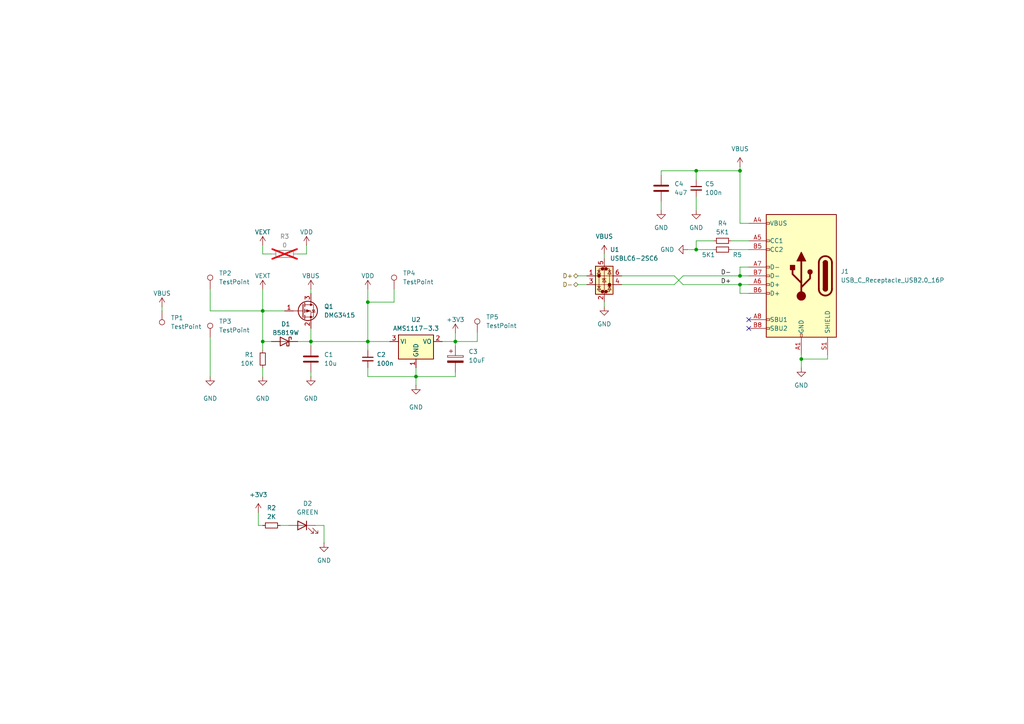
<source format=kicad_sch>
(kicad_sch (version 20231120) (generator "eeschema") (generator_version "8.0")
  (paper "A4")
  (lib_symbols
    (symbol "Connector:TestPoint" (pin_numbers hide) (pin_names (offset 0.762) hide)
      (property "Reference" "TP" (at 0 6.858 0))
      (property "Value" "TestPoint" (at 0 5.08 0))
      (symbol "TestPoint_0_1"
        (circle (center 0 3.302) (radius 0.762))
      )
      (symbol "TestPoint_1_1"
        (pin passive line (at 0 0 90) (length 2.54) (name "1") (number "1"))
      )
    )
    (symbol "Connector:USB_C_Receptacle_USB2.0_16P" (pin_names (offset 1.016))
      (property "Reference" "J" (at 0 22.225 0))
      (property "Value" "USB_C_Receptacle_USB2.0_16P" (at 0 19.685 0))
      (symbol "USB_C_Receptacle_USB2.0_16P_0_0"
        (rectangle (start -0.254 -17.78) (end 0.254 -16.764))
        (rectangle (start 10.16 -14.986) (end 9.144 -15.494))
        (rectangle (start 10.16 -12.446) (end 9.144 -12.954))
        (rectangle (start 10.16 -4.826) (end 9.144 -5.334))
        (rectangle (start 10.16 -2.286) (end 9.144 -2.794))
        (rectangle (start 10.16 0.254) (end 9.144 -0.254))
        (rectangle (start 10.16 2.794) (end 9.144 2.286))
        (rectangle (start 10.16 7.874) (end 9.144 7.366))
        (rectangle (start 10.16 10.414) (end 9.144 9.906))
        (rectangle (start 10.16 15.494) (end 9.144 14.986))
      )
      (symbol "USB_C_Receptacle_USB2.0_16P_0_1"
        (rectangle (start -10.16 17.78) (end 10.16 -17.78) (stroke (width 0.254)) (fill (type background)))
        (arc (start -8.89 -3.81) (mid -6.985 -5.7067) (end -5.08 -3.81) (stroke (width 0.508)))
        (arc (start -7.62 -3.81) (mid -6.985 -4.4423) (end -6.35 -3.81) (stroke (width 0.254)))
        (arc (start -7.62 -3.81) (mid -6.985 -4.4423) (end -6.35 -3.81) (stroke (width 0.254)) (fill (type outline)))
        (rectangle (start -7.62 -3.81) (end -6.35 3.81) (stroke (width 0.254)) (fill (type outline)))
        (arc (start -6.35 3.81) (mid -6.985 4.4423) (end -7.62 3.81) (stroke (width 0.254)))
        (arc (start -6.35 3.81) (mid -6.985 4.4423) (end -7.62 3.81) (stroke (width 0.254)) (fill (type outline)))
        (arc (start -5.08 3.81) (mid -6.985 5.7067) (end -8.89 3.81) (stroke (width 0.508)))
        (circle (center -2.54 1.143) (radius 0.635) (stroke (width 0.254)) (fill (type outline)))
        (circle (center 0 -5.842) (radius 1.27) (fill (type outline)))
        (polyline (pts (xy -8.89 -3.81) (xy -8.89 3.81)) (stroke (width 0.508)))
        (polyline (pts (xy -5.08 3.81) (xy -5.08 -3.81)) (stroke (width 0.508)))
        (polyline (pts (xy 0 -5.842) (xy 0 4.318)) (stroke (width 0.508)))
        (polyline (pts (xy 0 -3.302) (xy -2.54 -0.762) (xy -2.54 0.508)) (stroke (width 0.508)))
        (polyline (pts (xy 0 -2.032) (xy 2.54 0.508) (xy 2.54 1.778)) (stroke (width 0.508)))
        (polyline (pts (xy -1.27 4.318) (xy 0 6.858) (xy 1.27 4.318) (xy -1.27 4.318)) (stroke (width 0.254)) (fill (type outline)))
        (rectangle (start 1.905 1.778) (end 3.175 3.048) (stroke (width 0.254)) (fill (type outline)))
      )
      (symbol "USB_C_Receptacle_USB2.0_16P_1_1"
        (pin passive line (at 0 -22.86 90) (length 5.08) (name "GND") (number "A1"))
        (pin passive line (at 0 -22.86 90) (length 5.08) hide (name "GND") (number "A12"))
        (pin passive line (at 15.24 15.24 180) (length 5.08) (name "VBUS") (number "A4"))
        (pin bidirectional line (at 15.24 10.16 180) (length 5.08) (name "CC1") (number "A5"))
        (pin bidirectional line (at 15.24 -2.54 180) (length 5.08) (name "D+") (number "A6"))
        (pin bidirectional line (at 15.24 2.54 180) (length 5.08) (name "D-") (number "A7"))
        (pin bidirectional line (at 15.24 -12.7 180) (length 5.08) (name "SBU1") (number "A8"))
        (pin passive line (at 15.24 15.24 180) (length 5.08) hide (name "VBUS") (number "A9"))
        (pin passive line (at 0 -22.86 90) (length 5.08) hide (name "GND") (number "B1"))
        (pin passive line (at 0 -22.86 90) (length 5.08) hide (name "GND") (number "B12"))
        (pin passive line (at 15.24 15.24 180) (length 5.08) hide (name "VBUS") (number "B4"))
        (pin bidirectional line (at 15.24 7.62 180) (length 5.08) (name "CC2") (number "B5"))
        (pin bidirectional line (at 15.24 -5.08 180) (length 5.08) (name "D+") (number "B6"))
        (pin bidirectional line (at 15.24 0 180) (length 5.08) (name "D-") (number "B7"))
        (pin bidirectional line (at 15.24 -15.24 180) (length 5.08) (name "SBU2") (number "B8"))
        (pin passive line (at 15.24 15.24 180) (length 5.08) hide (name "VBUS") (number "B9"))
        (pin passive line (at -7.62 -22.86 90) (length 5.08) (name "SHIELD") (number "S1"))
      )
    )
    (symbol "Device:C" (pin_numbers hide) (pin_names (offset 0.254))
      (property "Reference" "C" (at 0.635 2.54 0))
      (property "Value" "C" (at 0.635 -2.54 0))
      (symbol "C_0_1"
        (polyline (pts (xy -2.032 -0.762) (xy 2.032 -0.762)) (stroke (width 0.508)))
        (polyline (pts (xy -2.032 0.762) (xy 2.032 0.762)) (stroke (width 0.508)))
      )
      (symbol "C_1_1"
        (pin passive line (at 0 3.81 270) (length 2.794) (name "~") (number "1"))
        (pin passive line (at 0 -3.81 90) (length 2.794) (name "~") (number "2"))
      )
    )
    (symbol "Device:C_Polarized" (pin_numbers hide) (pin_names (offset 0.254))
      (property "Reference" "C" (at 0.635 2.54 0))
      (property "Value" "C_Polarized" (at 0.635 -2.54 0))
      (symbol "C_Polarized_0_1"
        (rectangle (start -2.286 0.508) (end 2.286 1.016))
        (polyline (pts (xy -1.778 2.286) (xy -0.762 2.286)))
        (polyline (pts (xy -1.27 2.794) (xy -1.27 1.778)))
        (rectangle (start 2.286 -0.508) (end -2.286 -1.016) (fill (type outline)))
      )
      (symbol "C_Polarized_1_1"
        (pin passive line (at 0 3.81 270) (length 2.794) (name "~") (number "1"))
        (pin passive line (at 0 -3.81 90) (length 2.794) (name "~") (number "2"))
      )
    )
    (symbol "Device:C_Small" (pin_numbers hide) (pin_names (offset 0.254) hide)
      (property "Reference" "C" (at 0.254 1.778 0))
      (property "Value" "C_Small" (at 0.254 -2.032 0))
      (symbol "C_Small_0_1"
        (polyline (pts (xy -1.524 -0.508) (xy 1.524 -0.508)) (stroke (width 0.3302)))
        (polyline (pts (xy -1.524 0.508) (xy 1.524 0.508)) (stroke (width 0.3048)))
      )
      (symbol "C_Small_1_1"
        (pin passive line (at 0 2.54 270) (length 2.032) (name "~") (number "1"))
        (pin passive line (at 0 -2.54 90) (length 2.032) (name "~") (number "2"))
      )
    )
    (symbol "Device:LED" (pin_numbers hide) (pin_names (offset 1.016) hide)
      (property "Reference" "D" (at 0 2.54 0))
      (property "Value" "LED" (at 0 -2.54 0))
      (symbol "LED_0_1"
        (polyline (pts (xy -1.27 -1.27) (xy -1.27 1.27)) (stroke (width 0.254)))
        (polyline (pts (xy -1.27 0) (xy 1.27 0)))
        (polyline (pts (xy 1.27 -1.27) (xy 1.27 1.27) (xy -1.27 0) (xy 1.27 -1.27)) (stroke (width 0.254)))
        (polyline (pts (xy -3.048 -0.762) (xy -4.572 -2.286) (xy -3.81 -2.286) (xy -4.572 -2.286) (xy -4.572 -1.524)))
        (polyline (pts (xy -1.778 -0.762) (xy -3.302 -2.286) (xy -2.54 -2.286) (xy -3.302 -2.286) (xy -3.302 -1.524)))
      )
      (symbol "LED_1_1"
        (pin passive line (at -3.81 0 0) (length 2.54) (name "K") (number "1"))
        (pin passive line (at 3.81 0 180) (length 2.54) (name "A") (number "2"))
      )
    )
    (symbol "Device:R" (pin_numbers hide) (pin_names (offset 0))
      (property "Reference" "R" (at 2.032 0 90))
      (property "Value" "R" (at 0 0 90))
      (symbol "R_0_1"
        (rectangle (start -1.016 -2.54) (end 1.016 2.54) (stroke (width 0.254)))
      )
      (symbol "R_1_1"
        (pin passive line (at 0 3.81 270) (length 1.27) (name "~") (number "1"))
        (pin passive line (at 0 -3.81 90) (length 1.27) (name "~") (number "2"))
      )
    )
    (symbol "Device:R_Small" (pin_numbers hide) (pin_names (offset 0.254) hide)
      (property "Reference" "R" (at 0.762 0.508 0))
      (property "Value" "R_Small" (at 0.762 -1.016 0))
      (symbol "R_Small_0_1"
        (rectangle (start -0.762 1.778) (end 0.762 -1.778) (stroke (width 0.2032)))
      )
      (symbol "R_Small_1_1"
        (pin passive line (at 0 2.54 270) (length 0.762) (name "~") (number "1"))
        (pin passive line (at 0 -2.54 90) (length 0.762) (name "~") (number "2"))
      )
    )
    (symbol "Diode:MBR0540" (pin_numbers hide) (pin_names (offset 1.016) hide)
      (property "Reference" "D" (at 0 2.54 0))
      (property "Value" "MBR0540" (at 0 -2.54 0))
      (symbol "MBR0540_0_1"
        (polyline (pts (xy 1.27 0) (xy -1.27 0)))
        (polyline (pts (xy 1.27 1.27) (xy 1.27 -1.27) (xy -1.27 0) (xy 1.27 1.27)) (stroke (width 0.254)))
        (polyline (pts (xy -1.905 0.635) (xy -1.905 1.27) (xy -1.27 1.27) (xy -1.27 -1.27) (xy -0.635 -1.27) (xy -0.635 -0.635)) (stroke (width 0.254)))
      )
      (symbol "MBR0540_1_1"
        (pin passive line (at -3.81 0 0) (length 2.54) (name "K") (number "1"))
        (pin passive line (at 3.81 0 180) (length 2.54) (name "A") (number "2"))
      )
    )
    (symbol "Power_Protection:USBLC6-2SC6" (pin_names hide)
      (property "Reference" "U" (at 0.635 5.715 0))
      (property "Value" "USBLC6-2SC6" (at 0.635 3.81 0))
      (symbol "USBLC6-2SC6_0_0"
        (circle (center -1.524 0) (radius 0.0001) (stroke (width 0.508)))
        (circle (center -0.508 -4.572) (radius 0.0001) (stroke (width 0.508)))
        (circle (center -0.508 2.032) (radius 0.0001) (stroke (width 0.508)))
        (circle (center 0.508 -4.572) (radius 0.0001) (stroke (width 0.508)))
        (circle (center 0.508 2.032) (radius 0.0001) (stroke (width 0.508)))
        (circle (center 1.524 -2.54) (radius 0.0001) (stroke (width 0.508)))
      )
      (symbol "USBLC6-2SC6_0_1"
        (polyline (pts (xy -2.54 -2.54) (xy 2.54 -2.54)))
        (polyline (pts (xy -2.54 0) (xy 2.54 0)))
        (polyline (pts (xy -2.032 -3.048) (xy -1.016 -3.048)))
        (polyline (pts (xy -1.016 1.524) (xy -2.032 1.524)))
        (polyline (pts (xy 1.016 -3.048) (xy 2.032 -3.048)))
        (polyline (pts (xy 1.016 1.524) (xy 2.032 1.524)))
        (polyline (pts (xy -0.508 -1.143) (xy -0.508 -0.762) (xy 0.508 -0.762)))
        (polyline (pts (xy -2.032 0.508) (xy -1.016 0.508) (xy -1.524 1.524) (xy -2.032 0.508)))
        (polyline (pts (xy -1.016 -4.064) (xy -2.032 -4.064) (xy -1.524 -3.048) (xy -1.016 -4.064)))
        (polyline (pts (xy 0.508 -1.778) (xy -0.508 -1.778) (xy 0 -0.762) (xy 0.508 -1.778)))
        (polyline (pts (xy 2.032 -4.064) (xy 1.016 -4.064) (xy 1.524 -3.048) (xy 2.032 -4.064)))
        (polyline (pts (xy 2.032 0.508) (xy 1.016 0.508) (xy 1.524 1.524) (xy 2.032 0.508)))
        (polyline (pts (xy 0 2.54) (xy -0.508 2.032) (xy 0.508 2.032) (xy 0 1.524) (xy 0 -4.064) (xy -0.508 -4.572) (xy 0.508 -4.572) (xy 0 -5.08)))
      )
      (symbol "USBLC6-2SC6_1_1"
        (rectangle (start -2.54 2.794) (end 2.54 -5.334) (stroke (width 0.254)) (fill (type background)))
        (polyline (pts (xy -0.508 2.032) (xy -1.524 2.032) (xy -1.524 -4.572) (xy -0.508 -4.572)))
        (polyline (pts (xy 0.508 -4.572) (xy 1.524 -4.572) (xy 1.524 2.032) (xy 0.508 2.032)))
        (pin passive line (at -5.08 0 0) (length 2.54) (name "I/O1") (number "1"))
        (pin passive line (at 0 -7.62 90) (length 2.54) (name "GND") (number "2"))
        (pin passive line (at -5.08 -2.54 0) (length 2.54) (name "I/O2") (number "3"))
        (pin passive line (at 5.08 -2.54 180) (length 2.54) (name "I/O2") (number "4"))
        (pin passive line (at 0 5.08 270) (length 2.54) (name "VBUS") (number "5"))
        (pin passive line (at 5.08 0 180) (length 2.54) (name "I/O1") (number "6"))
      )
    )
    (symbol "Regulator_Linear:AMS1117-3.3"
      (property "Reference" "U" (at -3.81 3.175 0))
      (property "Value" "AMS1117-3.3" (at 0 3.175 0))
      (symbol "AMS1117-3.3_0_1"
        (rectangle (start -5.08 -5.08) (end 5.08 1.905) (stroke (width 0.254)) (fill (type background)))
      )
      (symbol "AMS1117-3.3_1_1"
        (pin power_in line (at 0 -7.62 90) (length 2.54) (name "GND") (number "1"))
        (pin power_out line (at 7.62 0 180) (length 2.54) (name "VO") (number "2"))
        (pin power_in line (at -7.62 0 0) (length 2.54) (name "VI") (number "3"))
      )
    )
    (symbol "Transistor_FET:DMG2301L" (pin_names hide)
      (property "Reference" "Q" (at 5.08 1.905 0))
      (property "Value" "DMG2301L" (at 5.08 0 0))
      (symbol "DMG2301L_0_1"
        (polyline (pts (xy 0.254 0) (xy -2.54 0)))
        (polyline (pts (xy 0.254 1.905) (xy 0.254 -1.905)) (stroke (width 0.254)))
        (polyline (pts (xy 0.762 -1.27) (xy 0.762 -2.286)) (stroke (width 0.254)))
        (polyline (pts (xy 0.762 0.508) (xy 0.762 -0.508)) (stroke (width 0.254)))
        (polyline (pts (xy 0.762 2.286) (xy 0.762 1.27)) (stroke (width 0.254)))
        (polyline (pts (xy 2.54 2.54) (xy 2.54 1.778)))
        (polyline (pts (xy 2.54 -2.54) (xy 2.54 0) (xy 0.762 0)))
        (polyline (pts (xy 0.762 1.778) (xy 3.302 1.778) (xy 3.302 -1.778) (xy 0.762 -1.778)))
        (polyline (pts (xy 2.286 0) (xy 1.27 0.381) (xy 1.27 -0.381) (xy 2.286 0)) (fill (type outline)))
        (polyline (pts (xy 2.794 -0.508) (xy 2.921 -0.381) (xy 3.683 -0.381) (xy 3.81 -0.254)))
        (polyline (pts (xy 3.302 -0.381) (xy 2.921 0.254) (xy 3.683 0.254) (xy 3.302 -0.381)))
        (circle (center 1.651 0) (radius 2.794) (stroke (width 0.254)))
        (circle (center 2.54 -1.778) (radius 0.254) (fill (type outline)))
        (circle (center 2.54 1.778) (radius 0.254) (fill (type outline)))
      )
      (symbol "DMG2301L_1_1"
        (pin input line (at -5.08 0 0) (length 2.54) (name "G") (number "1"))
        (pin passive line (at 2.54 -5.08 90) (length 2.54) (name "S") (number "2"))
        (pin passive line (at 2.54 5.08 270) (length 2.54) (name "D") (number "3"))
      )
    )
    (symbol "power:+3V3" (power) (pin_numbers hide) (pin_names (offset 0) hide)
      (property "Value" "+3V3" (at 0 3.556 0))
      (symbol "+3V3_0_1"
        (polyline (pts (xy -0.762 1.27) (xy 0 2.54)))
        (polyline (pts (xy 0 0) (xy 0 2.54)))
        (polyline (pts (xy 0 2.54) (xy 0.762 1.27)))
      )
      (symbol "+3V3_1_1"
        (pin power_in line (at 0 0 90) (length 0) (name "~") (number "1"))
      )
    )
    (symbol "power:GND" (power) (pin_numbers hide) (pin_names (offset 0) hide)
      (property "Value" "GND" (at 0 -3.81 0))
      (symbol "GND_0_1"
        (polyline (pts (xy 0 0) (xy 0 -1.27) (xy 1.27 -1.27) (xy 0 -2.54) (xy -1.27 -1.27) (xy 0 -1.27)))
      )
      (symbol "GND_1_1"
        (pin power_in line (at 0 0 270) (length 0) (name "~") (number "1"))
      )
    )
    (symbol "power:VBUS" (power) (pin_numbers hide) (pin_names (offset 0) hide)
      (property "Value" "VBUS" (at 0 3.556 0))
      (symbol "VBUS_0_1"
        (polyline (pts (xy -0.762 1.27) (xy 0 2.54)))
        (polyline (pts (xy 0 0) (xy 0 2.54)))
        (polyline (pts (xy 0 2.54) (xy 0.762 1.27)))
      )
      (symbol "VBUS_1_1"
        (pin power_in line (at 0 0 90) (length 0) (name "~") (number "1"))
      )
    )
    (symbol "power:VDD" (power) (pin_numbers hide) (pin_names (offset 0) hide)
      (property "Value" "VDD" (at 0 3.556 0))
      (symbol "VDD_0_1"
        (polyline (pts (xy -0.762 1.27) (xy 0 2.54)))
        (polyline (pts (xy 0 0) (xy 0 2.54)))
        (polyline (pts (xy 0 2.54) (xy 0.762 1.27)))
      )
      (symbol "VDD_1_1"
        (pin power_in line (at 0 0 90) (length 0) (name "~") (number "1"))
      )
    )
  )
  (junction (at 201.93 72.39))
  (junction (at 106.68 99.06))
  (junction (at 214.63 80.01))
  (junction (at 214.63 49.53))
  (junction (at 232.41 104.14))
  (junction (at 132.08 99.06))
  (junction (at 76.2 90.17))
  (junction (at 90.17 99.06))
  (junction (at 201.93 49.53))
  (junction (at 106.68 87.63))
  (junction (at 214.63 82.55))
  (junction (at 76.2 99.06))
  (junction (at 120.65 109.22))
  (no_connect (at 217.17 95.25))
  (no_connect (at 217.17 92.71))
  (wire (pts (xy 201.93 72.39) (xy 207.01 72.39)))
  (wire (pts (xy 113.03 99.06) (xy 106.68 99.06)))
  (wire (pts (xy 132.08 99.06) (xy 132.08 100.33)))
  (wire (pts (xy 175.26 88.9) (xy 175.26 87.63)))
  (wire (pts (xy 93.98 152.4) (xy 93.98 157.48)))
  (wire (pts (xy 214.63 85.09) (xy 214.63 82.55)))
  (wire (pts (xy 76.2 99.06) (xy 76.2 101.6)))
  (wire (pts (xy 106.68 83.82) (xy 106.68 87.63)))
  (wire (pts (xy 74.93 148.59) (xy 74.93 152.4)))
  (wire (pts (xy 180.34 82.55) (xy 195.58 82.55)))
  (wire (pts (xy 217.17 77.47) (xy 214.63 77.47)))
  (wire (pts (xy 214.63 82.55) (xy 217.17 82.55)))
  (wire (pts (xy 90.17 109.22) (xy 90.17 107.95)))
  (wire (pts (xy 106.68 109.22) (xy 120.65 109.22)))
  (wire (pts (xy 74.93 152.4) (xy 76.2 152.4)))
  (wire (pts (xy 199.39 72.39) (xy 201.93 72.39)))
  (wire (pts (xy 114.3 83.82) (xy 114.3 87.63)))
  (wire (pts (xy 201.93 69.85) (xy 201.93 72.39)))
  (wire (pts (xy 90.17 83.82) (xy 90.17 85.09)))
  (wire (pts (xy 214.63 64.77) (xy 217.17 64.77)))
  (wire (pts (xy 191.77 49.53) (xy 201.93 49.53)))
  (wire (pts (xy 191.77 50.8) (xy 191.77 49.53)))
  (wire (pts (xy 114.3 87.63) (xy 106.68 87.63)))
  (wire (pts (xy 76.2 83.82) (xy 76.2 90.17)))
  (wire (pts (xy 191.77 58.42) (xy 191.77 60.96)))
  (wire (pts (xy 214.63 48.26) (xy 214.63 49.53)))
  (wire (pts (xy 198.12 80.01) (xy 195.58 82.55)))
  (wire (pts (xy 120.65 109.22) (xy 120.65 106.68)))
  (wire (pts (xy 106.68 87.63) (xy 106.68 99.06)))
  (wire (pts (xy 214.63 77.47) (xy 214.63 80.01)))
  (wire (pts (xy 76.2 99.06) (xy 78.74 99.06)))
  (wire (pts (xy 90.17 99.06) (xy 106.68 99.06)))
  (wire (pts (xy 88.9 73.66) (xy 86.36 73.66)))
  (wire (pts (xy 138.43 99.06) (xy 132.08 99.06)))
  (wire (pts (xy 76.2 90.17) (xy 76.2 99.06)))
  (wire (pts (xy 167.64 82.55) (xy 170.18 82.55)))
  (wire (pts (xy 91.44 152.4) (xy 93.98 152.4)))
  (wire (pts (xy 240.03 102.87) (xy 240.03 104.14)))
  (wire (pts (xy 232.41 104.14) (xy 232.41 102.87)))
  (wire (pts (xy 76.2 109.22) (xy 76.2 106.68)))
  (wire (pts (xy 201.93 60.96) (xy 201.93 57.15)))
  (wire (pts (xy 120.65 111.76) (xy 120.65 109.22)))
  (wire (pts (xy 88.9 71.12) (xy 88.9 73.66)))
  (wire (pts (xy 214.63 80.01) (xy 198.12 80.01)))
  (wire (pts (xy 86.36 99.06) (xy 90.17 99.06)))
  (wire (pts (xy 198.12 82.55) (xy 214.63 82.55)))
  (wire (pts (xy 90.17 99.06) (xy 90.17 100.33)))
  (wire (pts (xy 46.99 88.9) (xy 46.99 90.17)))
  (wire (pts (xy 132.08 96.52) (xy 132.08 99.06)))
  (wire (pts (xy 106.68 106.68) (xy 106.68 109.22)))
  (wire (pts (xy 132.08 107.95) (xy 132.08 109.22)))
  (wire (pts (xy 180.34 80.01) (xy 195.58 80.01)))
  (wire (pts (xy 60.96 109.22) (xy 60.96 97.79)))
  (wire (pts (xy 81.28 152.4) (xy 83.82 152.4)))
  (wire (pts (xy 212.09 69.85) (xy 217.17 69.85)))
  (wire (pts (xy 217.17 85.09) (xy 214.63 85.09)))
  (wire (pts (xy 201.93 49.53) (xy 214.63 49.53)))
  (wire (pts (xy 214.63 80.01) (xy 217.17 80.01)))
  (wire (pts (xy 60.96 90.17) (xy 76.2 90.17)))
  (wire (pts (xy 207.01 69.85) (xy 201.93 69.85)))
  (wire (pts (xy 201.93 49.53) (xy 201.93 52.07)))
  (wire (pts (xy 167.64 80.01) (xy 170.18 80.01)))
  (wire (pts (xy 76.2 73.66) (xy 78.74 73.66)))
  (wire (pts (xy 82.55 90.17) (xy 76.2 90.17)))
  (wire (pts (xy 90.17 99.06) (xy 90.17 95.25)))
  (wire (pts (xy 240.03 104.14) (xy 232.41 104.14)))
  (wire (pts (xy 128.27 99.06) (xy 132.08 99.06)))
  (wire (pts (xy 132.08 109.22) (xy 120.65 109.22)))
  (wire (pts (xy 212.09 72.39) (xy 217.17 72.39)))
  (wire (pts (xy 76.2 71.12) (xy 76.2 73.66)))
  (wire (pts (xy 138.43 96.52) (xy 138.43 99.06)))
  (wire (pts (xy 214.63 49.53) (xy 214.63 64.77)))
  (wire (pts (xy 175.26 73.66) (xy 175.26 74.93)))
  (wire (pts (xy 106.68 99.06) (xy 106.68 101.6)))
  (wire (pts (xy 60.96 83.82) (xy 60.96 90.17)))
  (wire (pts (xy 195.58 80.01) (xy 198.12 82.55)))
  (wire (pts (xy 232.41 106.68) (xy 232.41 104.14)))
  (label "D-" (at 212.09 80.01 180))
  (label "D+" (at 212.09 82.55 180))
  (hierarchical_label "D+" (shape bidirectional) (at 167.64 80.01 180))
  (hierarchical_label "D-" (shape bidirectional) (at 167.64 82.55 180))
  (symbol (lib_id "power:GND") (at 201.93 60.96 0) (unit 1)
    (property "Reference" "#PWR021" (effects (hide yes)))
    (property "Value" "GND" (at 201.93 66.04 0))
    (property "Description" "Power symbol creates a global label with name \"GND\" , ground" (effects (hide yes)))
  )
  (symbol (lib_id "Regulator_Linear:AMS1117-3.3") (at 120.65 99.06 0) (unit 1)
    (property "Reference" "U2" (at 120.65 92.71 0))
    (property "Value" "AMS1117-3.3" (at 120.65 95.25 0))
    (property "Footprint" "Package_TO_SOT_SMD:SOT-223-3_TabPin2" (effects (hide yes)))
    (property "Datasheet" "http://www.advanced-monolithic.com/pdf/ds1117.pdf" (effects (hide yes)))
    (property "Description" "1A Low Dropout regulator, positive, 3.3V fixed output, SOT-223" (effects (hide yes)))
    (property "JLCPCB Part #" "C6186" (effects (hide yes)))
  )
  (symbol (lib_id "power:GND") (at 76.2 109.22 0) (unit 1)
    (property "Reference" "#PWR011" (effects (hide yes)))
    (property "Value" "GND" (at 76.2 115.57 0))
    (property "Description" "Power symbol creates a global label with name \"GND\" , ground" (effects (hide yes)))
  )
  (symbol (lib_id "power:+3V3") (at 74.93 148.59 0) (unit 1)
    (property "Reference" "#PWR08" (effects (hide yes)))
    (property "Value" "+3V3" (at 74.93 143.51 0))
    (property "Description" "Power symbol creates a global label with name \"+3V3\"" (effects (hide yes)))
  )
  (symbol (lib_id "Connector:TestPoint") (at 138.43 96.52 0) (unit 1) (in_bom no)
    (property "Reference" "TP5" (at 140.97 91.9479 0) (effects (justify left)))
    (property "Value" "TestPoint" (at 140.97 94.4879 0) (effects (justify left)))
    (property "Footprint" "TestPoint:TestPoint_Pad_D1.0mm" (effects (hide yes)))
    (property "Description" "test point" (effects (hide yes)))
  )
  (symbol (lib_id "power:VDD") (at 88.9 71.12 0) (unit 1)
    (property "Reference" "#PWR012" (effects (hide yes)))
    (property "Value" "VDD" (at 88.9 67.31 0))
    (property "Description" "Power symbol creates a global label with name \"VDD\"" (effects (hide yes)))
  )
  (symbol (lib_id "Device:C_Polarized") (at 132.08 104.14 0) (unit 1)
    (property "Reference" "C3" (at 135.89 101.9809 0) (effects (justify left)))
    (property "Value" "10uF" (at 135.89 104.5209 0) (effects (justify left)))
    (property "Footprint" "Capacitor_Tantalum_SMD:CP_EIA-3216-18_Kemet-A" (effects (hide yes)))
    (property "Description" "Polarized capacitor" (effects (hide yes)))
    (property "JLCPCB Part #" "C7171" (effects (hide yes)))
  )
  (symbol (lib_id "power:VBUS") (at 175.26 73.66 0) (unit 1)
    (property "Reference" "#PWR01" (effects (hide yes)))
    (property "Value" "VBUS" (at 175.26 68.58 0))
    (property "Description" "Power symbol creates a global label with name \"VBUS\"" (effects (hide yes)))
  )
  (symbol (lib_id "Connector:TestPoint") (at 114.3 83.82 0) (unit 1) (in_bom no)
    (property "Reference" "TP4" (at 116.84 79.2479 0) (effects (justify left)))
    (property "Value" "TestPoint" (at 116.84 81.7879 0) (effects (justify left)))
    (property "Footprint" "TestPoint:TestPoint_Pad_D1.0mm" (effects (hide yes)))
    (property "Description" "test point" (effects (hide yes)))
  )
  (symbol (lib_id "Device:R") (at 82.55 73.66 90) (unit 1) (in_bom no) (dnp yes)
    (property "Reference" "R3" (at 82.55 68.58 90))
    (property "Value" "0" (at 82.55 71.12 90))
    (property "Footprint" "Resistor_SMD:R_1206_3216Metric" (effects (hide yes)))
    (property "Description" "Resistor" (effects (hide yes)))
  )
  (symbol (lib_id "Connector:TestPoint") (at 60.96 97.79 0) (unit 1) (in_bom no)
    (property "Reference" "TP3" (at 63.5 93.2179 0) (effects (justify left)))
    (property "Value" "TestPoint" (at 63.5 95.7579 0) (effects (justify left)))
    (property "Footprint" "TestPoint:TestPoint_Pad_D1.0mm" (effects (hide yes)))
    (property "Description" "test point" (effects (hide yes)))
  )
  (symbol (lib_id "power:VBUS") (at 76.2 71.12 0) (unit 1)
    (property "Reference" "#PWR09" (effects (hide yes)))
    (property "Value" "VEXT" (at 76.2 67.31 0))
    (property "Description" "Power symbol creates a global label with name \"VBUS\"" (effects (hide yes)))
  )
  (symbol (lib_id "power:GND") (at 60.96 109.22 0) (unit 1)
    (property "Reference" "#PWR07" (effects (hide yes)))
    (property "Value" "GND" (at 60.96 115.57 0))
    (property "Description" "Power symbol creates a global label with name \"GND\" , ground" (effects (hide yes)))
  )
  (symbol (lib_id "power:GND") (at 120.65 111.76 0) (unit 1)
    (property "Reference" "#PWR017" (effects (hide yes)))
    (property "Value" "GND" (at 120.65 118.11 0))
    (property "Description" "Power symbol creates a global label with name \"GND\" , ground" (effects (hide yes)))
  )
  (symbol (lib_id "Power_Protection:USBLC6-2SC6") (at 175.26 80.01 0) (unit 1)
    (property "Reference" "U1" (at 176.9111 72.39 0) (effects (justify left)))
    (property "Value" "USBLC6-2SC6" (at 176.9111 74.93 0) (effects (justify left)))
    (property "Footprint" "Package_TO_SOT_SMD:SOT-23-6" (effects (hide yes)))
    (property "Datasheet" "https://www.st.com/resource/en/datasheet/usblc6-2.pdf" (effects (hide yes)))
    (property "Description" "Very low capacitance ESD protection diode, 2 data-line, SOT-23-6" (effects (hide yes)))
  )
  (symbol (lib_id "Device:C") (at 191.77 54.61 0) (unit 1)
    (property "Reference" "C4" (at 195.58 53.3399 0) (effects (justify left)))
    (property "Value" "4u7" (at 195.58 55.8799 0) (effects (justify left)))
    (property "Footprint" "Capacitor_SMD:C_0805_2012Metric" (effects (hide yes)))
    (property "Description" "Unpolarized capacitor" (effects (hide yes)))
    (property "JLCPCB Part #" "C1779" (effects (hide yes)))
  )
  (symbol (lib_id "Device:R_Small") (at 76.2 104.14 0) (mirror y) (unit 1)
    (property "Reference" "R1" (at 73.66 102.8699 0) (effects (justify left)))
    (property "Value" "10K" (at 73.66 105.4099 0) (effects (justify left)))
    (property "Footprint" "Resistor_SMD:R_0402_1005Metric" (effects (hide yes)))
    (property "Description" "Resistor, small symbol" (effects (hide yes)))
    (property "JLCPCB Part #" "C25744" (effects (hide yes)))
  )
  (symbol (lib_id "power:GND") (at 199.39 72.39 270) (unit 1)
    (property "Reference" "#PWR020" (effects (hide yes)))
    (property "Value" "GND" (at 195.58 72.3899 90) (effects (justify right)))
    (property "Description" "Power symbol creates a global label with name \"GND\" , ground" (effects (hide yes)))
  )
  (symbol (lib_id "power:GND") (at 175.26 88.9 0) (unit 1)
    (property "Reference" "#PWR02" (effects (hide yes)))
    (property "Value" "GND" (at 175.26 93.98 0))
    (property "Description" "Power symbol creates a global label with name \"GND\" , ground" (effects (hide yes)))
  )
  (symbol (lib_id "power:VBUS") (at 46.99 88.9 0) (unit 1)
    (property "Reference" "#PWR06" (effects (hide yes)))
    (property "Value" "VBUS" (at 46.99 85.09 0))
    (property "Description" "Power symbol creates a global label with name \"VBUS\"" (effects (hide yes)))
  )
  (symbol (lib_id "Device:C") (at 90.17 104.14 0) (unit 1)
    (property "Reference" "C1" (at 93.98 102.8699 0) (effects (justify left)))
    (property "Value" "10u" (at 93.98 105.4099 0) (effects (justify left)))
    (property "Footprint" "Capacitor_SMD:C_0805_2012Metric" (effects (hide yes)))
    (property "Description" "Unpolarized capacitor" (effects (hide yes)))
    (property "JLCPCB Part #" "C15850" (effects (hide yes)))
  )
  (symbol (lib_id "Connector:TestPoint") (at 60.96 83.82 0) (unit 1) (in_bom no)
    (property "Reference" "TP2" (at 63.5 79.2479 0) (effects (justify left)))
    (property "Value" "TestPoint" (at 63.5 81.7879 0) (effects (justify left)))
    (property "Footprint" "TestPoint:TestPoint_Pad_D1.0mm" (effects (hide yes)))
    (property "Description" "test point" (effects (hide yes)))
  )
  (symbol (lib_id "Transistor_FET:DMG2301L") (at 87.63 90.17 0) (unit 1)
    (property "Reference" "Q1" (at 93.98 88.8999 0) (effects (justify left)))
    (property "Value" "DMG3415" (at 93.98 91.4399 0) (effects (justify left)))
    (property "Footprint" "Package_TO_SOT_SMD:SOT-23" (effects (hide yes)))
    (property "Datasheet" "https://www.diodes.com/assets/Datasheets/DMG2301L.pdf" (effects (hide yes)))
    (property "Description" "-3A Id, -20V Vds, P-Channel MOSFET, SOT-23" (effects (hide yes)))
    (property "JLCPCB Part #" "C7202986" (effects (hide yes)))
  )
  (symbol (lib_id "Device:R_Small") (at 209.55 69.85 90) (unit 1)
    (property "Reference" "R4" (at 209.55 64.77 90))
    (property "Value" "5K1" (at 209.55 67.31 90))
    (property "Footprint" "Resistor_SMD:R_0402_1005Metric" (effects (hide yes)))
    (property "Description" "Resistor, small symbol" (effects (hide yes)))
    (property "JLCPCB Part #" "C25905" (effects (hide yes)))
  )
  (symbol (lib_id "power:VBUS") (at 76.2 83.82 0) (unit 1)
    (property "Reference" "#PWR010" (effects (hide yes)))
    (property "Value" "VEXT" (at 76.2 80.01 0))
    (property "Description" "Power symbol creates a global label with name \"VBUS\"" (effects (hide yes)))
  )
  (symbol (lib_id "Diode:MBR0540") (at 82.55 99.06 0) (mirror y) (unit 1)
    (property "Reference" "D1" (at 82.8675 93.98 0))
    (property "Value" "B5819W" (at 82.8675 96.52 0))
    (property "Footprint" "Diode_SMD:D_SOD-123" (effects (hide yes)))
    (property "Datasheet" "http://www.mccsemi.com/up_pdf/MBR0520~MBR0580(SOD123).pdf" (effects (hide yes)))
    (property "Description" "40V 0.5A Schottky Power Rectifier Diode, SOD-123" (effects (hide yes)))
    (property "JLCPCB Part #" "C7420330" (effects (hide yes)))
  )
  (symbol (lib_id "power:GND") (at 232.41 106.68 0) (unit 1)
    (property "Reference" "#PWR023" (effects (hide yes)))
    (property "Value" "GND" (at 232.41 111.76 0))
    (property "Description" "Power symbol creates a global label with name \"GND\" , ground" (effects (hide yes)))
  )
  (symbol (lib_id "power:VBUS") (at 214.63 48.26 0) (unit 1)
    (property "Reference" "#PWR022" (effects (hide yes)))
    (property "Value" "VBUS" (at 214.63 43.18 0))
    (property "Description" "Power symbol creates a global label with name \"VBUS\"" (effects (hide yes)))
  )
  (symbol (lib_id "power:GND") (at 90.17 109.22 0) (unit 1)
    (property "Reference" "#PWR014" (effects (hide yes)))
    (property "Value" "GND" (at 90.17 115.57 0))
    (property "Description" "Power symbol creates a global label with name \"GND\" , ground" (effects (hide yes)))
  )
  (symbol (lib_id "power:GND") (at 93.98 157.48 0) (unit 1)
    (property "Reference" "#PWR015" (effects (hide yes)))
    (property "Value" "GND" (at 93.98 162.56 0))
    (property "Description" "Power symbol creates a global label with name \"GND\" , ground" (effects (hide yes)))
  )
  (symbol (lib_id "Device:R_Small") (at 78.74 152.4 90) (unit 1)
    (property "Reference" "R2" (at 78.74 147.32 90))
    (property "Value" "2K" (at 78.74 149.86 90))
    (property "Footprint" "Resistor_SMD:R_0402_1005Metric" (effects (hide yes)))
    (property "Description" "Resistor, small symbol" (effects (hide yes)))
    (property "JLCPCB Part #" "C4109" (effects (hide yes)))
  )
  (symbol (lib_id "power:+3V3") (at 132.08 96.52 0) (unit 1)
    (property "Reference" "#PWR018" (effects (hide yes)))
    (property "Value" "+3V3" (at 132.08 92.71 0))
    (property "Description" "Power symbol creates a global label with name \"+3V3\"" (effects (hide yes)))
  )
  (symbol (lib_id "Device:C_Small") (at 201.93 54.61 0) (unit 1)
    (property "Reference" "C5" (at 204.47 53.3462 0) (effects (justify left)))
    (property "Value" "100n" (at 204.47 55.8862 0) (effects (justify left)))
    (property "Footprint" "Capacitor_SMD:C_0402_1005Metric" (effects (hide yes)))
    (property "Description" "Unpolarized capacitor, small symbol" (effects (hide yes)))
    (property "JLCPCB Part #" "C1525" (effects (hide yes)))
  )
  (symbol (lib_id "Connector:TestPoint") (at 46.99 90.17 180) (unit 1) (in_bom no)
    (property "Reference" "TP1" (at 49.53 92.2019 0) (effects (justify right)))
    (property "Value" "TestPoint" (at 49.53 94.7419 0) (effects (justify right)))
    (property "Footprint" "TestPoint:TestPoint_Pad_D1.0mm" (effects (hide yes)))
    (property "Description" "test point" (effects (hide yes)))
  )
  (symbol (lib_id "Device:R_Small") (at 209.55 72.39 90) (mirror x) (unit 1)
    (property "Reference" "R5" (at 213.868 73.914 90))
    (property "Value" "5K1" (at 205.486 73.914 90))
    (property "Footprint" "Resistor_SMD:R_0402_1005Metric" (effects (hide yes)))
    (property "Description" "Resistor, small symbol" (effects (hide yes)))
    (property "JLCPCB Part #" "C25905" (effects (hide yes)))
  )
  (symbol (lib_id "Device:C_Small") (at 106.68 104.14 0) (unit 1)
    (property "Reference" "C2" (at 109.22 102.8762 0) (effects (justify left)))
    (property "Value" "100n" (at 109.22 105.4162 0) (effects (justify left)))
    (property "Footprint" "Capacitor_SMD:C_0402_1005Metric" (effects (hide yes)))
    (property "Description" "Unpolarized capacitor, small symbol" (effects (hide yes)))
    (property "JLCPCB Part #" "C1525" (effects (hide yes)))
  )
  (symbol (lib_id "Connector:USB_C_Receptacle_USB2.0_16P") (at 232.41 80.01 0) (mirror y) (unit 1)
    (property "Reference" "J1" (at 243.84 78.7399 0) (effects (justify right)))
    (property "Value" "USB_C_Receptacle_USB2.0_16P" (at 243.84 81.2799 0) (effects (justify right)))
    (property "Footprint" "Connector_USB:USB_C_Receptacle_G-Switch_GT-USB-7010ASV" (effects (hide yes)))
    (property "Datasheet" "https://www.usb.org/sites/default/files/documents/usb_type-c.zip" (effects (hide yes)))
    (property "Description" "USB 2.0-only 16P Type-C Receptacle connector" (effects (hide yes)))
    (property "JLCPCB Part #" "C963412" (effects (hide yes)))
  )
  (symbol (lib_id "power:VBUS") (at 90.17 83.82 0) (unit 1)
    (property "Reference" "#PWR013" (effects (hide yes)))
    (property "Value" "VBUS" (at 90.17 80.01 0))
    (property "Description" "Power symbol creates a global label with name \"VBUS\"" (effects (hide yes)))
  )
  (symbol (lib_id "power:GND") (at 191.77 60.96 0) (unit 1)
    (property "Reference" "#PWR019" (effects (hide yes)))
    (property "Value" "GND" (at 191.77 66.04 0))
    (property "Description" "Power symbol creates a global label with name \"GND\" , ground" (effects (hide yes)))
  )
  (symbol (lib_id "power:VDD") (at 106.68 83.82 0) (unit 1)
    (property "Reference" "#PWR016" (effects (hide yes)))
    (property "Value" "VDD" (at 106.68 80.01 0))
    (property "Description" "Power symbol creates a global label with name \"VDD\"" (effects (hide yes)))
  )
  (symbol (lib_id "Device:LED") (at 87.63 152.4 0) (mirror y) (unit 1)
    (property "Reference" "D2" (at 89.2175 146.05 0))
    (property "Value" "GREEN" (at 89.2175 148.59 0))
    (property "Footprint" "LED_SMD:LED_0805_2012Metric" (effects (hide yes)))
    (property "Description" "Light emitting diode" (effects (hide yes)))
    (property "JLCPCB Part #" "C2297" (effects (hide yes)))
  )
)
</source>
